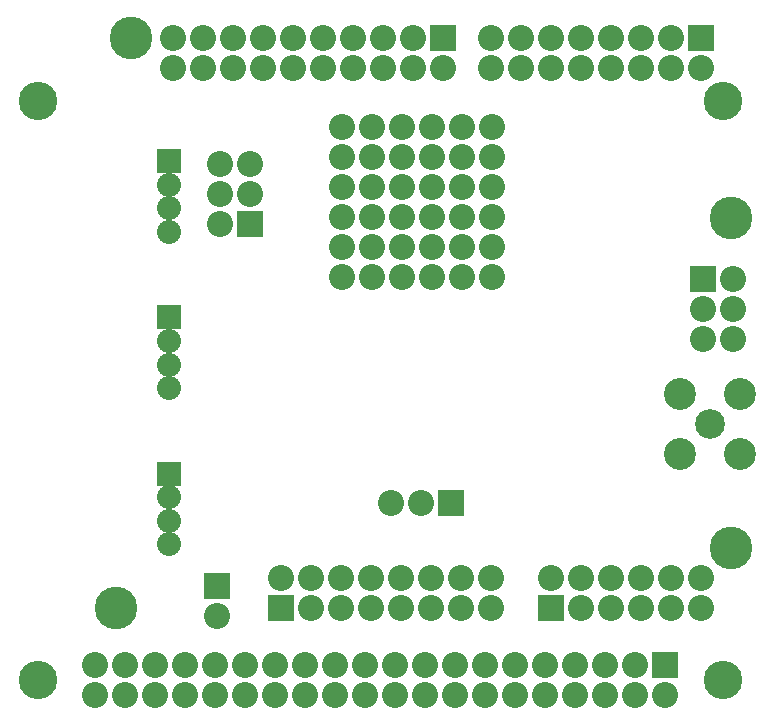
<source format=gbs>
G04 #@! TF.FileFunction,Soldermask,Bot*
%FSLAX46Y46*%
G04 Gerber Fmt 4.6, Leading zero omitted, Abs format (unit mm)*
G04 Created by KiCad (PCBNEW 4.0.7-e2-6376~58~ubuntu16.04.1) date Fri Apr 13 07:59:41 2018*
%MOMM*%
%LPD*%
G01*
G04 APERTURE LIST*
%ADD10C,0.150000*%
%ADD11C,2.708000*%
%ADD12C,2.508000*%
%ADD13R,2.208000X2.208000*%
%ADD14O,2.208000X2.208000*%
%ADD15C,2.208000*%
%ADD16C,3.258000*%
%ADD17C,3.608000*%
%ADD18R,2.032000X2.032000*%
%ADD19C,2.032000*%
G04 APERTURE END LIST*
D10*
D11*
X158230000Y-103790000D03*
X158230000Y-98710000D03*
X163310000Y-98710000D03*
X163310000Y-103790000D03*
D12*
X160770000Y-101250000D03*
D13*
X124460000Y-116840000D03*
D14*
X127000000Y-116840000D03*
X129540000Y-116840000D03*
X132080000Y-116840000D03*
X134620000Y-116840000D03*
X137160000Y-116840000D03*
X139700000Y-116840000D03*
X142240000Y-116840000D03*
D13*
X147320000Y-116840000D03*
D14*
X149860000Y-116840000D03*
X152400000Y-116840000D03*
X154940000Y-116840000D03*
X157480000Y-116840000D03*
X160020000Y-116840000D03*
D13*
X138180000Y-68580000D03*
D14*
X135640000Y-68580000D03*
X133100000Y-68580000D03*
X130560000Y-68580000D03*
X128020000Y-68580000D03*
X125480000Y-68580000D03*
X122940000Y-68580000D03*
X120400000Y-68580000D03*
X117860000Y-68580000D03*
X115320000Y-68580000D03*
D13*
X160020000Y-68580000D03*
D14*
X157480000Y-68580000D03*
X154940000Y-68580000D03*
X152400000Y-68580000D03*
X149860000Y-68580000D03*
X147320000Y-68580000D03*
X144780000Y-68580000D03*
X142240000Y-68580000D03*
D13*
X121820000Y-84350000D03*
D14*
X119280000Y-84350000D03*
X121820000Y-81810000D03*
X119280000Y-81810000D03*
X121820000Y-79270000D03*
X119280000Y-79270000D03*
D13*
X119060000Y-115020000D03*
D14*
X119060000Y-117560000D03*
D13*
X160190000Y-88960000D03*
D14*
X162730000Y-88960000D03*
X160190000Y-91500000D03*
X162730000Y-91500000D03*
X160190000Y-94040000D03*
X162730000Y-94040000D03*
D13*
X138870000Y-107940000D03*
D14*
X136330000Y-107940000D03*
X133790000Y-107940000D03*
D15*
X124470000Y-114300000D03*
D14*
X127010000Y-114300000D03*
X129550000Y-114300000D03*
X132090000Y-114300000D03*
X134630000Y-114300000D03*
X137170000Y-114300000D03*
X139710000Y-114300000D03*
X142250000Y-114300000D03*
D15*
X147320000Y-114300000D03*
D14*
X149860000Y-114300000D03*
X152400000Y-114300000D03*
X154940000Y-114300000D03*
X157480000Y-114300000D03*
X160020000Y-114300000D03*
D15*
X138180000Y-71120000D03*
D14*
X135640000Y-71120000D03*
X133100000Y-71120000D03*
X130560000Y-71120000D03*
X128020000Y-71120000D03*
X125480000Y-71120000D03*
X122940000Y-71120000D03*
X120400000Y-71120000D03*
X117860000Y-71120000D03*
X115320000Y-71120000D03*
D15*
X160020000Y-71130000D03*
D14*
X157480000Y-71130000D03*
X154940000Y-71130000D03*
X152400000Y-71130000D03*
X149860000Y-71130000D03*
X147320000Y-71130000D03*
X144780000Y-71130000D03*
X142240000Y-71130000D03*
D16*
X103870000Y-122920000D03*
X161880000Y-122920000D03*
X161860000Y-73920000D03*
X103870000Y-73910000D03*
D17*
X162590000Y-83830000D03*
X162590000Y-111770000D03*
X110490000Y-116850000D03*
X111790000Y-68590000D03*
D14*
X132160000Y-88820000D03*
X129620000Y-88820000D03*
X132160000Y-86280000D03*
X129620000Y-86280000D03*
X132160000Y-83740000D03*
D15*
X129620000Y-83740000D03*
X134700000Y-83740000D03*
D14*
X137240000Y-83740000D03*
X134700000Y-86280000D03*
X137240000Y-86280000D03*
X134700000Y-88820000D03*
X137240000Y-88820000D03*
X142320000Y-88820000D03*
X139780000Y-88820000D03*
X142320000Y-86280000D03*
X139780000Y-86280000D03*
X142320000Y-83740000D03*
D15*
X139780000Y-83740000D03*
X139780000Y-76120000D03*
D14*
X142320000Y-76120000D03*
X139780000Y-78660000D03*
X142320000Y-78660000D03*
X139780000Y-81200000D03*
X142320000Y-81200000D03*
X137240000Y-81200000D03*
X134700000Y-81200000D03*
X137240000Y-78660000D03*
X134700000Y-78660000D03*
X137240000Y-76120000D03*
D15*
X134700000Y-76120000D03*
X129620000Y-76120000D03*
D14*
X132160000Y-76120000D03*
X129620000Y-78660000D03*
X132160000Y-78660000D03*
X129620000Y-81200000D03*
X132160000Y-81200000D03*
D18*
X115020000Y-105470000D03*
D19*
X115020000Y-107470000D03*
X115020000Y-109470000D03*
X115020000Y-111470000D03*
D18*
X115020000Y-92250000D03*
D19*
X115020000Y-94250000D03*
X115020000Y-96250000D03*
X115020000Y-98250000D03*
D18*
X115020000Y-79020000D03*
D19*
X115020000Y-81020000D03*
X115020000Y-83020000D03*
X115020000Y-85020000D03*
D14*
X157010000Y-124190000D03*
D13*
X157010000Y-121650000D03*
D14*
X154470000Y-124190000D03*
X154470000Y-121650000D03*
X151930000Y-124190000D03*
X151930000Y-121650000D03*
X149390000Y-124190000D03*
X149390000Y-121650000D03*
X146850000Y-124190000D03*
X146850000Y-121650000D03*
X144310000Y-124190000D03*
X144310000Y-121650000D03*
X141770000Y-124190000D03*
X141770000Y-121650000D03*
X139230000Y-124190000D03*
X139230000Y-121650000D03*
X136690000Y-124190000D03*
X136690000Y-121650000D03*
X134150000Y-124190000D03*
X134150000Y-121650000D03*
X131610000Y-124190000D03*
X131610000Y-121650000D03*
X129070000Y-124190000D03*
X129070000Y-121650000D03*
X126530000Y-124190000D03*
X126530000Y-121650000D03*
X123990000Y-124190000D03*
X123990000Y-121650000D03*
X121450000Y-124190000D03*
X121450000Y-121650000D03*
X118910000Y-124190000D03*
X118910000Y-121650000D03*
X116370000Y-124190000D03*
X116370000Y-121650000D03*
X113830000Y-124190000D03*
X113830000Y-121650000D03*
X111290000Y-124190000D03*
X111290000Y-121650000D03*
X108750000Y-124190000D03*
X108750000Y-121650000D03*
M02*

</source>
